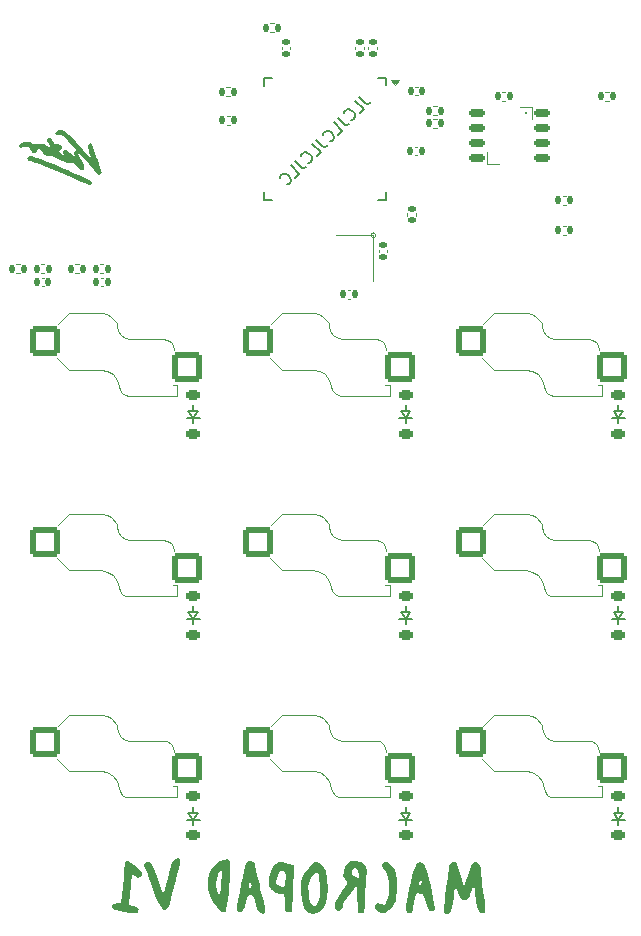
<source format=gbr>
%TF.GenerationSoftware,KiCad,Pcbnew,8.0.3*%
%TF.CreationDate,2024-08-18T23:13:00-04:00*%
%TF.ProjectId,MACROPAD,4d414352-4f50-4414-942e-6b696361645f,rev?*%
%TF.SameCoordinates,Original*%
%TF.FileFunction,Legend,Bot*%
%TF.FilePolarity,Positive*%
%FSLAX46Y46*%
G04 Gerber Fmt 4.6, Leading zero omitted, Abs format (unit mm)*
G04 Created by KiCad (PCBNEW 8.0.3) date 2024-08-18 23:13:00*
%MOMM*%
%LPD*%
G01*
G04 APERTURE LIST*
G04 Aperture macros list*
%AMRoundRect*
0 Rectangle with rounded corners*
0 $1 Rounding radius*
0 $2 $3 $4 $5 $6 $7 $8 $9 X,Y pos of 4 corners*
0 Add a 4 corners polygon primitive as box body*
4,1,4,$2,$3,$4,$5,$6,$7,$8,$9,$2,$3,0*
0 Add four circle primitives for the rounded corners*
1,1,$1+$1,$2,$3*
1,1,$1+$1,$4,$5*
1,1,$1+$1,$6,$7*
1,1,$1+$1,$8,$9*
0 Add four rect primitives between the rounded corners*
20,1,$1+$1,$2,$3,$4,$5,0*
20,1,$1+$1,$4,$5,$6,$7,0*
20,1,$1+$1,$6,$7,$8,$9,0*
20,1,$1+$1,$8,$9,$2,$3,0*%
G04 Aperture macros list end*
%ADD10C,0.150000*%
%ADD11C,0.120000*%
%ADD12C,0.000000*%
%ADD13C,0.100000*%
%ADD14C,3.600000*%
%ADD15RoundRect,0.135000X-0.135000X-0.185000X0.135000X-0.185000X0.135000X0.185000X-0.135000X0.185000X0*%
%ADD16RoundRect,0.135000X0.135000X0.185000X-0.135000X0.185000X-0.135000X-0.185000X0.135000X-0.185000X0*%
%ADD17RoundRect,0.140000X0.170000X-0.140000X0.170000X0.140000X-0.170000X0.140000X-0.170000X-0.140000X0*%
%ADD18RoundRect,0.140000X-0.140000X-0.170000X0.140000X-0.170000X0.140000X0.170000X-0.140000X0.170000X0*%
%ADD19RoundRect,0.250000X-1.025000X-1.000000X1.025000X-1.000000X1.025000X1.000000X-1.025000X1.000000X0*%
%ADD20C,1.900000*%
%ADD21C,3.450000*%
%ADD22R,2.500000X4.000000*%
%ADD23C,1.600000*%
%ADD24C,0.650000*%
%ADD25R,0.600000X1.450000*%
%ADD26R,0.300000X1.450000*%
%ADD27O,1.000000X2.100000*%
%ADD28O,1.000000X1.600000*%
%ADD29O,1.700000X1.700000*%
%ADD30R,1.700000X1.700000*%
%ADD31RoundRect,0.225000X0.375000X-0.225000X0.375000X0.225000X-0.375000X0.225000X-0.375000X-0.225000X0*%
%ADD32RoundRect,0.150000X0.500000X0.150000X-0.500000X0.150000X-0.500000X-0.150000X0.500000X-0.150000X0*%
%ADD33R,1.500000X0.550000*%
%ADD34R,0.550000X1.500000*%
%ADD35RoundRect,0.140000X-0.170000X0.140000X-0.170000X-0.140000X0.170000X-0.140000X0.170000X0.140000X0*%
%ADD36R,1.200000X1.400000*%
G04 APERTURE END LIST*
D10*
X147210671Y-57053510D02*
X147715748Y-57558587D01*
X147715748Y-57558587D02*
X147850435Y-57625930D01*
X147850435Y-57625930D02*
X147985122Y-57625930D01*
X147985122Y-57625930D02*
X148119809Y-57558587D01*
X148119809Y-57558587D02*
X148187152Y-57491243D01*
X147244343Y-58434052D02*
X147581061Y-58097335D01*
X147581061Y-58097335D02*
X146873954Y-57390228D01*
X146537236Y-59006472D02*
X146604580Y-59006472D01*
X146604580Y-59006472D02*
X146739267Y-58939129D01*
X146739267Y-58939129D02*
X146806610Y-58871785D01*
X146806610Y-58871785D02*
X146873954Y-58737098D01*
X146873954Y-58737098D02*
X146873954Y-58602411D01*
X146873954Y-58602411D02*
X146840282Y-58501396D01*
X146840282Y-58501396D02*
X146739267Y-58333037D01*
X146739267Y-58333037D02*
X146638251Y-58232022D01*
X146638251Y-58232022D02*
X146469893Y-58131007D01*
X146469893Y-58131007D02*
X146368877Y-58097335D01*
X146368877Y-58097335D02*
X146234190Y-58097335D01*
X146234190Y-58097335D02*
X146099503Y-58164678D01*
X146099503Y-58164678D02*
X146032160Y-58232022D01*
X146032160Y-58232022D02*
X145964816Y-58366709D01*
X145964816Y-58366709D02*
X145964816Y-58434052D01*
X145392397Y-58871785D02*
X145897473Y-59376861D01*
X145897473Y-59376861D02*
X146032160Y-59444205D01*
X146032160Y-59444205D02*
X146166847Y-59444205D01*
X146166847Y-59444205D02*
X146301534Y-59376861D01*
X146301534Y-59376861D02*
X146368877Y-59309518D01*
X145426068Y-60252327D02*
X145762786Y-59915610D01*
X145762786Y-59915610D02*
X145055679Y-59208503D01*
X144718961Y-60824747D02*
X144786305Y-60824747D01*
X144786305Y-60824747D02*
X144920992Y-60757404D01*
X144920992Y-60757404D02*
X144988335Y-60690060D01*
X144988335Y-60690060D02*
X145055679Y-60555373D01*
X145055679Y-60555373D02*
X145055679Y-60420686D01*
X145055679Y-60420686D02*
X145022007Y-60319671D01*
X145022007Y-60319671D02*
X144920992Y-60151312D01*
X144920992Y-60151312D02*
X144819977Y-60050297D01*
X144819977Y-60050297D02*
X144651618Y-59949282D01*
X144651618Y-59949282D02*
X144550603Y-59915610D01*
X144550603Y-59915610D02*
X144415916Y-59915610D01*
X144415916Y-59915610D02*
X144281229Y-59982953D01*
X144281229Y-59982953D02*
X144213885Y-60050297D01*
X144213885Y-60050297D02*
X144146542Y-60184984D01*
X144146542Y-60184984D02*
X144146542Y-60252327D01*
X143574122Y-60690060D02*
X144079198Y-61195136D01*
X144079198Y-61195136D02*
X144213885Y-61262480D01*
X144213885Y-61262480D02*
X144348572Y-61262480D01*
X144348572Y-61262480D02*
X144483259Y-61195136D01*
X144483259Y-61195136D02*
X144550603Y-61127793D01*
X143607793Y-62070602D02*
X143944511Y-61733885D01*
X143944511Y-61733885D02*
X143237404Y-61026778D01*
X142900686Y-62643022D02*
X142968030Y-62643022D01*
X142968030Y-62643022D02*
X143102717Y-62575678D01*
X143102717Y-62575678D02*
X143170060Y-62508335D01*
X143170060Y-62508335D02*
X143237404Y-62373648D01*
X143237404Y-62373648D02*
X143237404Y-62238961D01*
X143237404Y-62238961D02*
X143203732Y-62137946D01*
X143203732Y-62137946D02*
X143102717Y-61969587D01*
X143102717Y-61969587D02*
X143001702Y-61868572D01*
X143001702Y-61868572D02*
X142833343Y-61767556D01*
X142833343Y-61767556D02*
X142732328Y-61733885D01*
X142732328Y-61733885D02*
X142597641Y-61733885D01*
X142597641Y-61733885D02*
X142462954Y-61801228D01*
X142462954Y-61801228D02*
X142395610Y-61868572D01*
X142395610Y-61868572D02*
X142328267Y-62003259D01*
X142328267Y-62003259D02*
X142328267Y-62070602D01*
X141755847Y-62508335D02*
X142260923Y-63013411D01*
X142260923Y-63013411D02*
X142395610Y-63080755D01*
X142395610Y-63080755D02*
X142530297Y-63080755D01*
X142530297Y-63080755D02*
X142664984Y-63013411D01*
X142664984Y-63013411D02*
X142732328Y-62946068D01*
X141789518Y-63888877D02*
X142126236Y-63552159D01*
X142126236Y-63552159D02*
X141419129Y-62845053D01*
X141082412Y-64461297D02*
X141149755Y-64461297D01*
X141149755Y-64461297D02*
X141284442Y-64393953D01*
X141284442Y-64393953D02*
X141351786Y-64326610D01*
X141351786Y-64326610D02*
X141419129Y-64191923D01*
X141419129Y-64191923D02*
X141419129Y-64057236D01*
X141419129Y-64057236D02*
X141385457Y-63956221D01*
X141385457Y-63956221D02*
X141284442Y-63787862D01*
X141284442Y-63787862D02*
X141183427Y-63686847D01*
X141183427Y-63686847D02*
X141015068Y-63585831D01*
X141015068Y-63585831D02*
X140914053Y-63552160D01*
X140914053Y-63552160D02*
X140779366Y-63552160D01*
X140779366Y-63552160D02*
X140644679Y-63619503D01*
X140644679Y-63619503D02*
X140577335Y-63686847D01*
X140577335Y-63686847D02*
X140509992Y-63821534D01*
X140509992Y-63821534D02*
X140509992Y-63888877D01*
D11*
%TO.C,R13*%
X164743641Y-67952500D02*
X164436359Y-67952500D01*
X164743641Y-68712500D02*
X164436359Y-68712500D01*
%TO.C,R12*%
X164743641Y-65412500D02*
X164436359Y-65412500D01*
X164743641Y-66172500D02*
X164436359Y-66172500D01*
%TO.C,R11*%
X135966359Y-56992500D02*
X136273641Y-56992500D01*
X135966359Y-56232500D02*
X136273641Y-56232500D01*
%TO.C,C10*%
X146890000Y-52804664D02*
X146890000Y-53020336D01*
X147610000Y-52804664D02*
X147610000Y-53020336D01*
%TO.C,C8*%
X141370000Y-52794664D02*
X141370000Y-53010336D01*
X140650000Y-52794664D02*
X140650000Y-53010336D01*
%TO.C,C3*%
X152167836Y-56192500D02*
X151952164Y-56192500D01*
X152167836Y-56912500D02*
X151952164Y-56912500D01*
%TO.C,C2*%
X148710000Y-52794664D02*
X148710000Y-53010336D01*
X147990000Y-52794664D02*
X147990000Y-53010336D01*
%TO.C,C1*%
X152137836Y-61252500D02*
X151922164Y-61252500D01*
X152137836Y-61972500D02*
X151922164Y-61972500D01*
%TO.C,S1*%
X131796000Y-82346000D02*
X127710000Y-82346000D01*
X131796000Y-81404000D02*
X131796000Y-82346000D01*
X131433000Y-81404000D02*
X131796000Y-81404000D01*
X131431000Y-78091000D02*
X131516000Y-78518000D01*
X131242000Y-77808000D02*
X131431000Y-78091000D01*
X130959000Y-77619000D02*
X131242000Y-77808000D01*
X130632000Y-77554000D02*
X130959000Y-77619000D01*
X127832000Y-77554000D02*
X130632000Y-77554000D01*
X127710000Y-82346000D02*
X127400000Y-82287000D01*
X127400000Y-82287000D02*
X127126000Y-82117000D01*
X127394000Y-77467000D02*
X127832000Y-77554000D01*
X127126000Y-82117000D02*
X126933000Y-81859000D01*
X127027000Y-77223000D02*
X127394000Y-77467000D01*
X126933000Y-81859000D02*
X126851000Y-81561000D01*
X126851000Y-81561000D02*
X126697000Y-81003000D01*
X126783000Y-76856000D02*
X127027000Y-77223000D01*
X126697000Y-81003000D02*
X126359000Y-80550000D01*
X126696000Y-76418000D02*
X126783000Y-76856000D01*
X126696000Y-76196000D02*
X126696000Y-76418000D01*
X126359000Y-80550000D02*
X125880000Y-80251000D01*
X126163000Y-75663000D02*
X126696000Y-76196000D01*
X125880000Y-80251000D02*
X125318000Y-80146000D01*
X125821000Y-75434000D02*
X126163000Y-75663000D01*
X125418000Y-75354000D02*
X125821000Y-75434000D01*
X125318000Y-80146000D02*
X122671000Y-80146000D01*
X122671000Y-80146000D02*
X121650000Y-79125000D01*
X122671000Y-75354000D02*
X125418000Y-75354000D01*
X121734000Y-76291000D02*
X122671000Y-75354000D01*
%TO.C,S3*%
X167796000Y-82346000D02*
X163710000Y-82346000D01*
X167796000Y-81404000D02*
X167796000Y-82346000D01*
X167433000Y-81404000D02*
X167796000Y-81404000D01*
X167431000Y-78091000D02*
X167516000Y-78518000D01*
X167242000Y-77808000D02*
X167431000Y-78091000D01*
X166959000Y-77619000D02*
X167242000Y-77808000D01*
X166632000Y-77554000D02*
X166959000Y-77619000D01*
X163832000Y-77554000D02*
X166632000Y-77554000D01*
X163710000Y-82346000D02*
X163400000Y-82287000D01*
X163400000Y-82287000D02*
X163126000Y-82117000D01*
X163394000Y-77467000D02*
X163832000Y-77554000D01*
X163126000Y-82117000D02*
X162933000Y-81859000D01*
X163027000Y-77223000D02*
X163394000Y-77467000D01*
X162933000Y-81859000D02*
X162851000Y-81561000D01*
X162851000Y-81561000D02*
X162697000Y-81003000D01*
X162783000Y-76856000D02*
X163027000Y-77223000D01*
X162697000Y-81003000D02*
X162359000Y-80550000D01*
X162696000Y-76418000D02*
X162783000Y-76856000D01*
X162696000Y-76196000D02*
X162696000Y-76418000D01*
X162359000Y-80550000D02*
X161880000Y-80251000D01*
X162163000Y-75663000D02*
X162696000Y-76196000D01*
X161880000Y-80251000D02*
X161318000Y-80146000D01*
X161821000Y-75434000D02*
X162163000Y-75663000D01*
X161418000Y-75354000D02*
X161821000Y-75434000D01*
X161318000Y-80146000D02*
X158671000Y-80146000D01*
X158671000Y-80146000D02*
X157650000Y-79125000D01*
X158671000Y-75354000D02*
X161418000Y-75354000D01*
X157734000Y-76291000D02*
X158671000Y-75354000D01*
%TO.C,S2*%
X149796000Y-82346000D02*
X145710000Y-82346000D01*
X149796000Y-81404000D02*
X149796000Y-82346000D01*
X149433000Y-81404000D02*
X149796000Y-81404000D01*
X149431000Y-78091000D02*
X149516000Y-78518000D01*
X149242000Y-77808000D02*
X149431000Y-78091000D01*
X148959000Y-77619000D02*
X149242000Y-77808000D01*
X148632000Y-77554000D02*
X148959000Y-77619000D01*
X145832000Y-77554000D02*
X148632000Y-77554000D01*
X145710000Y-82346000D02*
X145400000Y-82287000D01*
X145400000Y-82287000D02*
X145126000Y-82117000D01*
X145394000Y-77467000D02*
X145832000Y-77554000D01*
X145126000Y-82117000D02*
X144933000Y-81859000D01*
X145027000Y-77223000D02*
X145394000Y-77467000D01*
X144933000Y-81859000D02*
X144851000Y-81561000D01*
X144851000Y-81561000D02*
X144697000Y-81003000D01*
X144783000Y-76856000D02*
X145027000Y-77223000D01*
X144697000Y-81003000D02*
X144359000Y-80550000D01*
X144696000Y-76418000D02*
X144783000Y-76856000D01*
X144696000Y-76196000D02*
X144696000Y-76418000D01*
X144359000Y-80550000D02*
X143880000Y-80251000D01*
X144163000Y-75663000D02*
X144696000Y-76196000D01*
X143880000Y-80251000D02*
X143318000Y-80146000D01*
X143821000Y-75434000D02*
X144163000Y-75663000D01*
X143418000Y-75354000D02*
X143821000Y-75434000D01*
X143318000Y-80146000D02*
X140671000Y-80146000D01*
X140671000Y-80146000D02*
X139650000Y-79125000D01*
X140671000Y-75354000D02*
X143418000Y-75354000D01*
X139734000Y-76291000D02*
X140671000Y-75354000D01*
%TO.C,S8*%
X149796000Y-116346000D02*
X145710000Y-116346000D01*
X149796000Y-115404000D02*
X149796000Y-116346000D01*
X149433000Y-115404000D02*
X149796000Y-115404000D01*
X149431000Y-112091000D02*
X149516000Y-112518000D01*
X149242000Y-111808000D02*
X149431000Y-112091000D01*
X148959000Y-111619000D02*
X149242000Y-111808000D01*
X148632000Y-111554000D02*
X148959000Y-111619000D01*
X145832000Y-111554000D02*
X148632000Y-111554000D01*
X145710000Y-116346000D02*
X145400000Y-116287000D01*
X145400000Y-116287000D02*
X145126000Y-116117000D01*
X145394000Y-111467000D02*
X145832000Y-111554000D01*
X145126000Y-116117000D02*
X144933000Y-115859000D01*
X145027000Y-111223000D02*
X145394000Y-111467000D01*
X144933000Y-115859000D02*
X144851000Y-115561000D01*
X144851000Y-115561000D02*
X144697000Y-115003000D01*
X144783000Y-110856000D02*
X145027000Y-111223000D01*
X144697000Y-115003000D02*
X144359000Y-114550000D01*
X144696000Y-110418000D02*
X144783000Y-110856000D01*
X144696000Y-110196000D02*
X144696000Y-110418000D01*
X144359000Y-114550000D02*
X143880000Y-114251000D01*
X144163000Y-109663000D02*
X144696000Y-110196000D01*
X143880000Y-114251000D02*
X143318000Y-114146000D01*
X143821000Y-109434000D02*
X144163000Y-109663000D01*
X143418000Y-109354000D02*
X143821000Y-109434000D01*
X143318000Y-114146000D02*
X140671000Y-114146000D01*
X140671000Y-114146000D02*
X139650000Y-113125000D01*
X140671000Y-109354000D02*
X143418000Y-109354000D01*
X139734000Y-110291000D02*
X140671000Y-109354000D01*
%TO.C,S9*%
X167796000Y-116346000D02*
X163710000Y-116346000D01*
X167796000Y-115404000D02*
X167796000Y-116346000D01*
X167433000Y-115404000D02*
X167796000Y-115404000D01*
X167431000Y-112091000D02*
X167516000Y-112518000D01*
X167242000Y-111808000D02*
X167431000Y-112091000D01*
X166959000Y-111619000D02*
X167242000Y-111808000D01*
X166632000Y-111554000D02*
X166959000Y-111619000D01*
X163832000Y-111554000D02*
X166632000Y-111554000D01*
X163710000Y-116346000D02*
X163400000Y-116287000D01*
X163400000Y-116287000D02*
X163126000Y-116117000D01*
X163394000Y-111467000D02*
X163832000Y-111554000D01*
X163126000Y-116117000D02*
X162933000Y-115859000D01*
X163027000Y-111223000D02*
X163394000Y-111467000D01*
X162933000Y-115859000D02*
X162851000Y-115561000D01*
X162851000Y-115561000D02*
X162697000Y-115003000D01*
X162783000Y-110856000D02*
X163027000Y-111223000D01*
X162697000Y-115003000D02*
X162359000Y-114550000D01*
X162696000Y-110418000D02*
X162783000Y-110856000D01*
X162696000Y-110196000D02*
X162696000Y-110418000D01*
X162359000Y-114550000D02*
X161880000Y-114251000D01*
X162163000Y-109663000D02*
X162696000Y-110196000D01*
X161880000Y-114251000D02*
X161318000Y-114146000D01*
X161821000Y-109434000D02*
X162163000Y-109663000D01*
X161418000Y-109354000D02*
X161821000Y-109434000D01*
X161318000Y-114146000D02*
X158671000Y-114146000D01*
X158671000Y-114146000D02*
X157650000Y-113125000D01*
X158671000Y-109354000D02*
X161418000Y-109354000D01*
X157734000Y-110291000D02*
X158671000Y-109354000D01*
%TO.C,S5*%
X149796000Y-99346000D02*
X145710000Y-99346000D01*
X149796000Y-98404000D02*
X149796000Y-99346000D01*
X149433000Y-98404000D02*
X149796000Y-98404000D01*
X149431000Y-95091000D02*
X149516000Y-95518000D01*
X149242000Y-94808000D02*
X149431000Y-95091000D01*
X148959000Y-94619000D02*
X149242000Y-94808000D01*
X148632000Y-94554000D02*
X148959000Y-94619000D01*
X145832000Y-94554000D02*
X148632000Y-94554000D01*
X145710000Y-99346000D02*
X145400000Y-99287000D01*
X145400000Y-99287000D02*
X145126000Y-99117000D01*
X145394000Y-94467000D02*
X145832000Y-94554000D01*
X145126000Y-99117000D02*
X144933000Y-98859000D01*
X145027000Y-94223000D02*
X145394000Y-94467000D01*
X144933000Y-98859000D02*
X144851000Y-98561000D01*
X144851000Y-98561000D02*
X144697000Y-98003000D01*
X144783000Y-93856000D02*
X145027000Y-94223000D01*
X144697000Y-98003000D02*
X144359000Y-97550000D01*
X144696000Y-93418000D02*
X144783000Y-93856000D01*
X144696000Y-93196000D02*
X144696000Y-93418000D01*
X144359000Y-97550000D02*
X143880000Y-97251000D01*
X144163000Y-92663000D02*
X144696000Y-93196000D01*
X143880000Y-97251000D02*
X143318000Y-97146000D01*
X143821000Y-92434000D02*
X144163000Y-92663000D01*
X143418000Y-92354000D02*
X143821000Y-92434000D01*
X143318000Y-97146000D02*
X140671000Y-97146000D01*
X140671000Y-97146000D02*
X139650000Y-96125000D01*
X140671000Y-92354000D02*
X143418000Y-92354000D01*
X139734000Y-93291000D02*
X140671000Y-92354000D01*
%TO.C,S4*%
X131796000Y-99346000D02*
X127710000Y-99346000D01*
X131796000Y-98404000D02*
X131796000Y-99346000D01*
X131433000Y-98404000D02*
X131796000Y-98404000D01*
X131431000Y-95091000D02*
X131516000Y-95518000D01*
X131242000Y-94808000D02*
X131431000Y-95091000D01*
X130959000Y-94619000D02*
X131242000Y-94808000D01*
X130632000Y-94554000D02*
X130959000Y-94619000D01*
X127832000Y-94554000D02*
X130632000Y-94554000D01*
X127710000Y-99346000D02*
X127400000Y-99287000D01*
X127400000Y-99287000D02*
X127126000Y-99117000D01*
X127394000Y-94467000D02*
X127832000Y-94554000D01*
X127126000Y-99117000D02*
X126933000Y-98859000D01*
X127027000Y-94223000D02*
X127394000Y-94467000D01*
X126933000Y-98859000D02*
X126851000Y-98561000D01*
X126851000Y-98561000D02*
X126697000Y-98003000D01*
X126783000Y-93856000D02*
X127027000Y-94223000D01*
X126697000Y-98003000D02*
X126359000Y-97550000D01*
X126696000Y-93418000D02*
X126783000Y-93856000D01*
X126696000Y-93196000D02*
X126696000Y-93418000D01*
X126359000Y-97550000D02*
X125880000Y-97251000D01*
X126163000Y-92663000D02*
X126696000Y-93196000D01*
X125880000Y-97251000D02*
X125318000Y-97146000D01*
X125821000Y-92434000D02*
X126163000Y-92663000D01*
X125418000Y-92354000D02*
X125821000Y-92434000D01*
X125318000Y-97146000D02*
X122671000Y-97146000D01*
X122671000Y-97146000D02*
X121650000Y-96125000D01*
X122671000Y-92354000D02*
X125418000Y-92354000D01*
X121734000Y-93291000D02*
X122671000Y-92354000D01*
%TO.C,S6*%
X167796000Y-99346000D02*
X163710000Y-99346000D01*
X167796000Y-98404000D02*
X167796000Y-99346000D01*
X167433000Y-98404000D02*
X167796000Y-98404000D01*
X167431000Y-95091000D02*
X167516000Y-95518000D01*
X167242000Y-94808000D02*
X167431000Y-95091000D01*
X166959000Y-94619000D02*
X167242000Y-94808000D01*
X166632000Y-94554000D02*
X166959000Y-94619000D01*
X163832000Y-94554000D02*
X166632000Y-94554000D01*
X163710000Y-99346000D02*
X163400000Y-99287000D01*
X163400000Y-99287000D02*
X163126000Y-99117000D01*
X163394000Y-94467000D02*
X163832000Y-94554000D01*
X163126000Y-99117000D02*
X162933000Y-98859000D01*
X163027000Y-94223000D02*
X163394000Y-94467000D01*
X162933000Y-98859000D02*
X162851000Y-98561000D01*
X162851000Y-98561000D02*
X162697000Y-98003000D01*
X162783000Y-93856000D02*
X163027000Y-94223000D01*
X162697000Y-98003000D02*
X162359000Y-97550000D01*
X162696000Y-93418000D02*
X162783000Y-93856000D01*
X162696000Y-93196000D02*
X162696000Y-93418000D01*
X162359000Y-97550000D02*
X161880000Y-97251000D01*
X162163000Y-92663000D02*
X162696000Y-93196000D01*
X161880000Y-97251000D02*
X161318000Y-97146000D01*
X161821000Y-92434000D02*
X162163000Y-92663000D01*
X161418000Y-92354000D02*
X161821000Y-92434000D01*
X161318000Y-97146000D02*
X158671000Y-97146000D01*
X158671000Y-97146000D02*
X157650000Y-96125000D01*
X158671000Y-92354000D02*
X161418000Y-92354000D01*
X157734000Y-93291000D02*
X158671000Y-92354000D01*
%TO.C,S7*%
X131796000Y-116346000D02*
X127710000Y-116346000D01*
X131796000Y-115404000D02*
X131796000Y-116346000D01*
X131433000Y-115404000D02*
X131796000Y-115404000D01*
X131431000Y-112091000D02*
X131516000Y-112518000D01*
X131242000Y-111808000D02*
X131431000Y-112091000D01*
X130959000Y-111619000D02*
X131242000Y-111808000D01*
X130632000Y-111554000D02*
X130959000Y-111619000D01*
X127832000Y-111554000D02*
X130632000Y-111554000D01*
X127710000Y-116346000D02*
X127400000Y-116287000D01*
X127400000Y-116287000D02*
X127126000Y-116117000D01*
X127394000Y-111467000D02*
X127832000Y-111554000D01*
X127126000Y-116117000D02*
X126933000Y-115859000D01*
X127027000Y-111223000D02*
X127394000Y-111467000D01*
X126933000Y-115859000D02*
X126851000Y-115561000D01*
X126851000Y-115561000D02*
X126697000Y-115003000D01*
X126783000Y-110856000D02*
X127027000Y-111223000D01*
X126697000Y-115003000D02*
X126359000Y-114550000D01*
X126696000Y-110418000D02*
X126783000Y-110856000D01*
X126696000Y-110196000D02*
X126696000Y-110418000D01*
X126359000Y-114550000D02*
X125880000Y-114251000D01*
X126163000Y-109663000D02*
X126696000Y-110196000D01*
X125880000Y-114251000D02*
X125318000Y-114146000D01*
X125821000Y-109434000D02*
X126163000Y-109663000D01*
X125418000Y-109354000D02*
X125821000Y-109434000D01*
X125318000Y-114146000D02*
X122671000Y-114146000D01*
X122671000Y-114146000D02*
X121650000Y-113125000D01*
X122671000Y-109354000D02*
X125418000Y-109354000D01*
X121734000Y-110291000D02*
X122671000Y-109354000D01*
D12*
%TO.C,G\u002A\u002A\u002A*%
G36*
X149642574Y-121871240D02*
G01*
X149905315Y-122060462D01*
X150139725Y-122367725D01*
X150301509Y-122746237D01*
X150322167Y-122832820D01*
X150376368Y-123245595D01*
X150401198Y-123764947D01*
X150396708Y-124312613D01*
X150362947Y-124810328D01*
X150299965Y-125179827D01*
X150275178Y-125253675D01*
X150089404Y-125587026D01*
X149826540Y-125885383D01*
X149770145Y-125933190D01*
X149387020Y-126158682D01*
X149040833Y-126180579D01*
X148735186Y-125998509D01*
X148574392Y-125765815D01*
X148538502Y-125524555D01*
X148628302Y-125346767D01*
X148818131Y-125279061D01*
X149082323Y-125368047D01*
X149167539Y-125416312D01*
X149319008Y-125430646D01*
X149474053Y-125283911D01*
X149610183Y-125037981D01*
X149719699Y-124605105D01*
X149758529Y-124093574D01*
X149730406Y-123559614D01*
X149639063Y-123059452D01*
X149488231Y-122649314D01*
X149281643Y-122385427D01*
X149235707Y-122343779D01*
X149164029Y-122143713D01*
X149240543Y-121945782D01*
X149440252Y-121836505D01*
X149642574Y-121871240D01*
G37*
G36*
X136292812Y-122780120D02*
G01*
X136258998Y-123327123D01*
X136213178Y-123912061D01*
X136158684Y-124495187D01*
X136098853Y-125036757D01*
X136037017Y-125497024D01*
X135976512Y-125836244D01*
X135920670Y-126014670D01*
X135833206Y-126094147D01*
X135640380Y-126077599D01*
X135400498Y-125905190D01*
X135135253Y-125599180D01*
X134866342Y-125181828D01*
X134615457Y-124675396D01*
X134451232Y-124095404D01*
X134429688Y-123646657D01*
X135104719Y-123646657D01*
X135112020Y-123803637D01*
X135174371Y-124185689D01*
X135279275Y-124482871D01*
X135451918Y-124796451D01*
X135464415Y-124482871D01*
X135466113Y-124445384D01*
X135483767Y-124158803D01*
X135513064Y-123754336D01*
X135548633Y-123306945D01*
X135559785Y-123163176D01*
X135579866Y-122796216D01*
X135581157Y-122540566D01*
X135562858Y-122444599D01*
X135486820Y-122481063D01*
X135353818Y-122671016D01*
X135230244Y-122969415D01*
X135139433Y-123315037D01*
X135104719Y-123646657D01*
X134429688Y-123646657D01*
X134421200Y-123469863D01*
X134523863Y-122874138D01*
X134755021Y-122377365D01*
X135027942Y-122055692D01*
X135378949Y-121783394D01*
X135732037Y-121629212D01*
X136045824Y-121610347D01*
X136278926Y-121743997D01*
X136288874Y-121764169D01*
X136311085Y-121958897D01*
X136311286Y-122310796D01*
X136302242Y-122540566D01*
X136292812Y-122780120D01*
G37*
G36*
X132007874Y-121604334D02*
G01*
X132051567Y-121817439D01*
X132051228Y-121823356D01*
X132017836Y-122025035D01*
X131940081Y-122382430D01*
X131829008Y-122852323D01*
X131695663Y-123391492D01*
X131551090Y-123956717D01*
X131406334Y-124504779D01*
X131272440Y-124992457D01*
X131160452Y-125376531D01*
X131081417Y-125613781D01*
X131067423Y-125647920D01*
X130930377Y-125842975D01*
X130730285Y-125875098D01*
X130709897Y-125871116D01*
X130535613Y-125755584D01*
X130339990Y-125483328D01*
X130116950Y-125042527D01*
X129860413Y-124421361D01*
X129564298Y-123608008D01*
X129452793Y-123294803D01*
X129294602Y-122873531D01*
X129161626Y-122545605D01*
X129074500Y-122363452D01*
X128997295Y-122170522D01*
X129032094Y-121958545D01*
X129184879Y-121839128D01*
X129404754Y-121844365D01*
X129640824Y-122006348D01*
X129711690Y-122118530D01*
X129846217Y-122407925D01*
X130005464Y-122808747D01*
X130168198Y-123270115D01*
X130288954Y-123623618D01*
X130433910Y-124019751D01*
X130550919Y-124307985D01*
X130622294Y-124442654D01*
X130675133Y-124409067D01*
X130764841Y-124193128D01*
X130879364Y-123803414D01*
X131012981Y-123257283D01*
X131133578Y-122748313D01*
X131276318Y-122222957D01*
X131406327Y-121861993D01*
X131535067Y-121641235D01*
X131674000Y-121536495D01*
X131834590Y-121523586D01*
X132007874Y-121604334D01*
G37*
G36*
X127915613Y-121883344D02*
G01*
X128310599Y-122187546D01*
X128637538Y-122490639D01*
X128815333Y-122722486D01*
X128854557Y-122901692D01*
X128832426Y-122979527D01*
X128678523Y-123128534D01*
X128457050Y-123149257D01*
X128252129Y-123024541D01*
X128163220Y-122933754D01*
X128039573Y-122862706D01*
X128018510Y-122891561D01*
X127974139Y-123081336D01*
X127929104Y-123409311D01*
X127890484Y-123829579D01*
X127875971Y-124019555D01*
X127836122Y-124480986D01*
X127796320Y-124871727D01*
X127763345Y-125122817D01*
X127757084Y-125159963D01*
X127746756Y-125360033D01*
X127839526Y-125458915D01*
X128087517Y-125520560D01*
X128361959Y-125608869D01*
X128539271Y-125792010D01*
X128523723Y-126050772D01*
X128516545Y-126068356D01*
X128455026Y-126151153D01*
X128336631Y-126191357D01*
X128124363Y-126189205D01*
X127781226Y-126144931D01*
X127270223Y-126058773D01*
X126972297Y-126003081D01*
X126593093Y-125910280D01*
X126372501Y-125809306D01*
X126278905Y-125682727D01*
X126280692Y-125513109D01*
X126297026Y-125458397D01*
X126421239Y-125349892D01*
X126695903Y-125319085D01*
X127072751Y-125319085D01*
X127206075Y-123907974D01*
X127214236Y-123821119D01*
X127264100Y-123268863D01*
X127306053Y-122768721D01*
X127335896Y-122372670D01*
X127349432Y-122132688D01*
X127363106Y-121978042D01*
X127452537Y-121779200D01*
X127633149Y-121747431D01*
X127915613Y-121883344D01*
G37*
G36*
X144550575Y-124194356D02*
G01*
X144517852Y-124832967D01*
X144425638Y-125311768D01*
X144263350Y-125668155D01*
X144020404Y-125939527D01*
X143810872Y-126079989D01*
X143376170Y-126205010D01*
X142938047Y-126142407D01*
X142871189Y-126106633D01*
X142665734Y-125871846D01*
X142486024Y-125489035D01*
X142350364Y-125004647D01*
X142277059Y-124465132D01*
X142257635Y-124044184D01*
X142260977Y-123962314D01*
X142913096Y-123962314D01*
X142931232Y-124385181D01*
X142995081Y-124822471D01*
X143092423Y-125199758D01*
X143211039Y-125442614D01*
X143277752Y-125509415D01*
X143414710Y-125580402D01*
X143494592Y-125545341D01*
X143640363Y-125357710D01*
X143775471Y-125060228D01*
X143868740Y-124712489D01*
X143888221Y-124541141D01*
X143895600Y-124160514D01*
X143875340Y-123724423D01*
X143832973Y-123298979D01*
X143774032Y-122950293D01*
X143704050Y-122744477D01*
X143668715Y-122708669D01*
X143526196Y-122719927D01*
X143348940Y-122869551D01*
X143169152Y-123116253D01*
X143019037Y-123418749D01*
X142930801Y-123735752D01*
X142913096Y-123962314D01*
X142260977Y-123962314D01*
X142277310Y-123562223D01*
X142370050Y-123174313D01*
X142554136Y-122814909D01*
X142847848Y-122418468D01*
X142930317Y-122318368D01*
X143205124Y-122019999D01*
X143419954Y-121863060D01*
X143613150Y-121817439D01*
X143910062Y-121888314D01*
X144187164Y-122149919D01*
X144387097Y-122601651D01*
X144508741Y-123240827D01*
X144550977Y-124064764D01*
X144550680Y-124160514D01*
X144550575Y-124194356D01*
G37*
G36*
X141643515Y-123493249D02*
G01*
X141623589Y-124003871D01*
X141601465Y-124542066D01*
X141579116Y-125060538D01*
X141558516Y-125511990D01*
X141541639Y-125849123D01*
X141530460Y-126024640D01*
X141454826Y-126095092D01*
X141272945Y-126100764D01*
X141077032Y-126043630D01*
X140959126Y-125937696D01*
X140930083Y-125787486D01*
X140905235Y-125480902D01*
X140895679Y-125104763D01*
X140893229Y-124871892D01*
X140873290Y-124610781D01*
X140825032Y-124498591D01*
X140738656Y-124497424D01*
X140522367Y-124525981D01*
X140171768Y-124424450D01*
X139816134Y-124176804D01*
X139777120Y-124139370D01*
X139589385Y-123865424D01*
X139536832Y-123510456D01*
X139538001Y-123492155D01*
X140181837Y-123492155D01*
X140210884Y-123633657D01*
X140329752Y-123746626D01*
X140519278Y-123871678D01*
X140746854Y-123943202D01*
X140894106Y-123846910D01*
X140973819Y-123570475D01*
X140998779Y-123101569D01*
X140995693Y-122968473D01*
X140940918Y-122699150D01*
X140802129Y-122555000D01*
X140670329Y-122508332D01*
X140524280Y-122558932D01*
X140396000Y-122764956D01*
X140262152Y-123152214D01*
X140234216Y-123248293D01*
X140181837Y-123492155D01*
X139538001Y-123492155D01*
X139556731Y-123198827D01*
X139722155Y-122596431D01*
X140040980Y-122104887D01*
X140162076Y-121990343D01*
X140443797Y-121847040D01*
X140793890Y-121841013D01*
X141261523Y-121966695D01*
X141679630Y-122112803D01*
X141670438Y-122670677D01*
X141668875Y-122743915D01*
X141659268Y-123057498D01*
X141657675Y-123101569D01*
X141643515Y-123493249D01*
G37*
G36*
X138858652Y-124075465D02*
G01*
X139000159Y-124652459D01*
X139124253Y-125191169D01*
X139217104Y-125631093D01*
X139271453Y-125937753D01*
X139280039Y-126076673D01*
X139272916Y-126092427D01*
X139124587Y-126192746D01*
X138908244Y-126187586D01*
X138726209Y-126076904D01*
X138695964Y-126037041D01*
X138637029Y-125934056D01*
X138577194Y-125773089D01*
X138500061Y-125505812D01*
X138389230Y-125083900D01*
X138307012Y-124825086D01*
X138196316Y-124677301D01*
X138027591Y-124639661D01*
X137962583Y-124642981D01*
X137833059Y-124699785D01*
X137740727Y-124865226D01*
X137651963Y-125188426D01*
X137534282Y-125633760D01*
X137419235Y-125917586D01*
X137289710Y-126062453D01*
X137125758Y-126103035D01*
X137051677Y-126097895D01*
X136914373Y-126025891D01*
X136856268Y-125845317D01*
X136872652Y-125526138D01*
X136958816Y-125038323D01*
X137011941Y-124777996D01*
X137117512Y-124256057D01*
X137207191Y-123809616D01*
X137864404Y-123809616D01*
X137890153Y-123925663D01*
X138006699Y-124012500D01*
X138094258Y-123963700D01*
X138099273Y-123752402D01*
X138086482Y-123697981D01*
X137999319Y-123559003D01*
X137907186Y-123600625D01*
X137864404Y-123809616D01*
X137207191Y-123809616D01*
X137235712Y-123667630D01*
X137349536Y-123097196D01*
X137441992Y-122670472D01*
X137549529Y-122253244D01*
X137647489Y-121949354D01*
X137722515Y-121805072D01*
X137855559Y-121742808D01*
X138092585Y-121748787D01*
X138298864Y-121848070D01*
X138387037Y-122013283D01*
X138408859Y-122157395D01*
X138475098Y-122473814D01*
X138577628Y-122922951D01*
X138708222Y-123468828D01*
X138778541Y-123752402D01*
X138858652Y-124075465D01*
G37*
G36*
X153262014Y-123839965D02*
G01*
X153384402Y-124387630D01*
X153489759Y-124905006D01*
X153568530Y-125349259D01*
X153611159Y-125677558D01*
X153608090Y-125847069D01*
X153530723Y-125940542D01*
X153310802Y-125979708D01*
X153224459Y-125960239D01*
X153113846Y-125886921D01*
X153021427Y-125727366D01*
X152927218Y-125442040D01*
X152811236Y-124991408D01*
X152741485Y-124760552D01*
X152619051Y-124581947D01*
X152418965Y-124502946D01*
X152203635Y-124485723D01*
X152050893Y-124525287D01*
X151997909Y-124645678D01*
X151926386Y-124917617D01*
X151856263Y-125275065D01*
X151798165Y-125607647D01*
X151740394Y-125914094D01*
X151702957Y-126084235D01*
X151626643Y-126162780D01*
X151427217Y-126188762D01*
X151416239Y-126187156D01*
X151293769Y-126149759D01*
X151227651Y-126051666D01*
X151202292Y-125843498D01*
X151202099Y-125475875D01*
X151202797Y-125449950D01*
X151239591Y-125112150D01*
X151322348Y-124652174D01*
X151439024Y-124116834D01*
X151565876Y-123600562D01*
X152289095Y-123600562D01*
X152307854Y-123716177D01*
X152393622Y-123803447D01*
X152463121Y-123735331D01*
X152498149Y-123535961D01*
X152471131Y-123370083D01*
X152393622Y-123333077D01*
X152337093Y-123400462D01*
X152289095Y-123600562D01*
X151565876Y-123600562D01*
X151577576Y-123552943D01*
X151725961Y-123007312D01*
X151872136Y-122526752D01*
X152004058Y-122158077D01*
X152109683Y-121948097D01*
X152160975Y-121891853D01*
X152369188Y-121815447D01*
X152591624Y-121925326D01*
X152796541Y-122209414D01*
X152888228Y-122443553D01*
X153004371Y-122825094D01*
X153132152Y-123304842D01*
X153188239Y-123535961D01*
X153262014Y-123839965D01*
G37*
G36*
X147832785Y-122985688D02*
G01*
X147786973Y-123585495D01*
X147773825Y-123740032D01*
X147734169Y-124307149D01*
X147705621Y-124870409D01*
X147693647Y-125327795D01*
X147693495Y-125350916D01*
X147680807Y-125724038D01*
X147653012Y-126007766D01*
X147615824Y-126142287D01*
X147536076Y-126178847D01*
X147328376Y-126185840D01*
X147287248Y-126178060D01*
X147207089Y-126133966D01*
X147152358Y-126025616D01*
X147115256Y-125816832D01*
X147087988Y-125471434D01*
X147062758Y-124953241D01*
X147010494Y-123751184D01*
X146487860Y-124458402D01*
X146427532Y-124541210D01*
X146173211Y-124915852D01*
X145968723Y-125255986D01*
X145853729Y-125496674D01*
X145811422Y-125607966D01*
X145637757Y-125880672D01*
X145437389Y-125980494D01*
X145237257Y-125890233D01*
X145228236Y-125880841D01*
X145140332Y-125649897D01*
X145204222Y-125305644D01*
X145422412Y-124840732D01*
X145797410Y-124247810D01*
X145972238Y-123987437D01*
X146146037Y-123694328D01*
X146205569Y-123522523D01*
X146162062Y-123447379D01*
X145981434Y-123296210D01*
X145886729Y-123011051D01*
X145900194Y-122666839D01*
X146589358Y-122666839D01*
X146597287Y-122820036D01*
X146762897Y-122981229D01*
X146957450Y-123114406D01*
X147088889Y-123173962D01*
X147102860Y-123171889D01*
X147158377Y-123064028D01*
X147162955Y-122853706D01*
X147122233Y-122625879D01*
X147041852Y-122465505D01*
X146927973Y-122372718D01*
X146779956Y-122372244D01*
X146635916Y-122565446D01*
X146589358Y-122666839D01*
X145900194Y-122666839D01*
X145900619Y-122655985D01*
X146020125Y-122286352D01*
X146242268Y-121957491D01*
X146522097Y-121767193D01*
X146913263Y-121727437D01*
X147402884Y-121865693D01*
X147551831Y-121938037D01*
X147707707Y-122068885D01*
X147801155Y-122263220D01*
X147840181Y-122556875D01*
X147835061Y-122853706D01*
X147832785Y-122985688D01*
G37*
G36*
X157157751Y-121821759D02*
G01*
X157310865Y-121898978D01*
X157420863Y-122095774D01*
X157499715Y-122441931D01*
X157559390Y-122967233D01*
X157576135Y-123143937D01*
X157635118Y-123666714D01*
X157711392Y-124257614D01*
X157792728Y-124819572D01*
X157838159Y-125138195D01*
X157885560Y-125562787D01*
X157905628Y-125885817D01*
X157894082Y-126055092D01*
X157816292Y-126149576D01*
X157594295Y-126188762D01*
X157492616Y-126147841D01*
X157346786Y-125962645D01*
X157222265Y-125616716D01*
X157113922Y-125093975D01*
X157016627Y-124378344D01*
X156932952Y-123646657D01*
X156739991Y-124221554D01*
X156712008Y-124304112D01*
X156565057Y-124691504D01*
X156432900Y-124920614D01*
X156285846Y-125029887D01*
X156094207Y-125057768D01*
X155855168Y-124959843D01*
X155648720Y-124664967D01*
X155486743Y-124183088D01*
X155434798Y-124009607D01*
X155375719Y-123949783D01*
X155319913Y-124072579D01*
X155263929Y-124386766D01*
X155204318Y-124901116D01*
X155168314Y-125221117D01*
X155090485Y-125693046D01*
X154992757Y-125996826D01*
X154864654Y-126159363D01*
X154695701Y-126207562D01*
X154602283Y-126209528D01*
X154523846Y-126202213D01*
X154467626Y-126163575D01*
X154433634Y-126071547D01*
X154421878Y-125904061D01*
X154432367Y-125639050D01*
X154465111Y-125254446D01*
X154520118Y-124728183D01*
X154597398Y-124038193D01*
X154696960Y-123162408D01*
X154721331Y-122962920D01*
X154785227Y-122537029D01*
X154851678Y-122200455D01*
X154909691Y-122012614D01*
X154969290Y-121934562D01*
X155156693Y-121833133D01*
X155350892Y-121834234D01*
X155463968Y-121948097D01*
X155479135Y-122002002D01*
X155549777Y-122233683D01*
X155660421Y-122586344D01*
X155794800Y-123007873D01*
X156093123Y-123936990D01*
X156373049Y-123103913D01*
X156393702Y-123042607D01*
X156576859Y-122521351D01*
X156721868Y-122168280D01*
X156845662Y-121953319D01*
X156965171Y-121846397D01*
X157097326Y-121817439D01*
X157157751Y-121821759D01*
G37*
D10*
%TO.C,D5*%
X150600000Y-101275000D02*
X151150000Y-101275000D01*
X150750000Y-100675000D02*
X151550000Y-100675000D01*
X151150000Y-100175000D02*
X151150000Y-100675000D01*
X151150000Y-101275000D02*
X150750000Y-100675000D01*
X151150000Y-101275000D02*
X151150000Y-101675000D01*
X151550000Y-100675000D02*
X151150000Y-101275000D01*
X151700000Y-101275000D02*
X151150000Y-101275000D01*
%TO.C,D1*%
X132600000Y-84275000D02*
X133150000Y-84275000D01*
X132750000Y-83675000D02*
X133550000Y-83675000D01*
X133150000Y-83175000D02*
X133150000Y-83675000D01*
X133150000Y-84275000D02*
X132750000Y-83675000D01*
X133150000Y-84275000D02*
X133150000Y-84675000D01*
X133550000Y-83675000D02*
X133150000Y-84275000D01*
X133700000Y-84275000D02*
X133150000Y-84275000D01*
D13*
%TO.C,U1*%
X159050000Y-62725000D02*
X158050000Y-62725000D01*
X158050000Y-61725000D02*
X158050000Y-62725000D01*
X161850000Y-58925000D02*
X161850000Y-57925000D01*
X160850000Y-57925000D02*
X161850000Y-57925000D01*
X161450000Y-58425000D02*
G75*
G02*
X161250000Y-58425000I-100000J0D01*
G01*
X161250000Y-58425000D02*
G75*
G02*
X161450000Y-58425000I100000J0D01*
G01*
D10*
%TO.C,U3*%
X139175000Y-56112500D02*
X139175000Y-55437500D01*
X139175000Y-65112500D02*
X139175000Y-65787500D01*
X139850000Y-55437500D02*
X139175000Y-55437500D01*
X139850000Y-65787500D02*
X139175000Y-65787500D01*
X148850000Y-55437500D02*
X149525000Y-55437500D01*
X148850000Y-65787500D02*
X149525000Y-65787500D01*
X149525000Y-56052500D02*
X149525000Y-55437500D01*
X149525000Y-65112500D02*
X149525000Y-65787500D01*
D11*
X150210000Y-56072500D02*
X149870000Y-55602500D01*
X150550000Y-55602500D01*
X150210000Y-56072500D01*
G36*
X150210000Y-56072500D02*
G01*
X149870000Y-55602500D01*
X150550000Y-55602500D01*
X150210000Y-56072500D01*
G37*
%TO.C,R6*%
X123463641Y-71222500D02*
X123156359Y-71222500D01*
X123463641Y-71982500D02*
X123156359Y-71982500D01*
%TO.C,R3*%
X153506359Y-57832500D02*
X153813641Y-57832500D01*
X153506359Y-58592500D02*
X153813641Y-58592500D01*
%TO.C,R2*%
X153813641Y-59652500D02*
X153506359Y-59652500D01*
X153813641Y-58892500D02*
X153506359Y-58892500D01*
%TO.C,R8*%
X118463641Y-71222500D02*
X118156359Y-71222500D01*
X118463641Y-71982500D02*
X118156359Y-71982500D01*
D10*
%TO.C,D6*%
X168600000Y-101275000D02*
X169150000Y-101275000D01*
X168750000Y-100675000D02*
X169550000Y-100675000D01*
X169150000Y-100175000D02*
X169150000Y-100675000D01*
X169150000Y-101275000D02*
X168750000Y-100675000D01*
X169150000Y-101275000D02*
X169150000Y-101675000D01*
X169550000Y-100675000D02*
X169150000Y-101275000D01*
X169700000Y-101275000D02*
X169150000Y-101275000D01*
D11*
%TO.C,R4*%
X159286359Y-57362500D02*
X159593641Y-57362500D01*
X159286359Y-56602500D02*
X159593641Y-56602500D01*
%TO.C,C7*%
X120537836Y-72352500D02*
X120322164Y-72352500D01*
X120537836Y-73072500D02*
X120322164Y-73072500D01*
%TO.C,R5*%
X168373641Y-57362500D02*
X168066359Y-57362500D01*
X168373641Y-56602500D02*
X168066359Y-56602500D01*
D10*
%TO.C,D3*%
X168600000Y-84275000D02*
X169150000Y-84275000D01*
X168750000Y-83675000D02*
X169550000Y-83675000D01*
X169150000Y-83175000D02*
X169150000Y-83675000D01*
X169150000Y-84275000D02*
X168750000Y-83675000D01*
X169150000Y-84275000D02*
X169150000Y-84675000D01*
X169550000Y-83675000D02*
X169150000Y-84275000D01*
X169700000Y-84275000D02*
X169150000Y-84275000D01*
%TO.C,D4*%
X132600000Y-101275000D02*
X133150000Y-101275000D01*
X132750000Y-100675000D02*
X133550000Y-100675000D01*
X133150000Y-100175000D02*
X133150000Y-100675000D01*
X133150000Y-101275000D02*
X132750000Y-100675000D01*
X133150000Y-101275000D02*
X133150000Y-101675000D01*
X133550000Y-100675000D02*
X133150000Y-101275000D01*
X133700000Y-101275000D02*
X133150000Y-101275000D01*
D12*
%TO.C,G\u002A\u002A\u002A*%
G36*
X122083932Y-59861970D02*
G01*
X122250569Y-59943329D01*
X122444932Y-60082309D01*
X122675152Y-60284914D01*
X122949360Y-60557147D01*
X123275687Y-60905013D01*
X123662264Y-61334514D01*
X123825375Y-61517567D01*
X124055749Y-61773782D01*
X124254042Y-61991514D01*
X124409907Y-62159530D01*
X124512995Y-62266597D01*
X124552959Y-62301481D01*
X124548556Y-62268177D01*
X124514991Y-62148575D01*
X124456119Y-61963723D01*
X124378883Y-61736167D01*
X124315801Y-61548724D01*
X124250821Y-61323097D01*
X124226879Y-61174684D01*
X124240840Y-61088784D01*
X124318516Y-61013327D01*
X124444787Y-60995862D01*
X124559073Y-61062557D01*
X124561482Y-61066112D01*
X124596836Y-61146220D01*
X124660272Y-61310078D01*
X124745164Y-61538891D01*
X124844885Y-61813862D01*
X124952809Y-62116196D01*
X125062309Y-62427096D01*
X125166758Y-62727767D01*
X125259532Y-62999413D01*
X125334003Y-63223237D01*
X125383545Y-63380443D01*
X125401531Y-63452236D01*
X125383712Y-63488561D01*
X125314192Y-63570237D01*
X125265650Y-63613131D01*
X125163103Y-63650465D01*
X125060493Y-63595256D01*
X124939670Y-63441256D01*
X124884689Y-63365884D01*
X124755677Y-63204294D01*
X124579229Y-62992817D01*
X124371110Y-62750268D01*
X124147084Y-62495459D01*
X124015660Y-62348240D01*
X123814350Y-62126190D01*
X123668928Y-61973549D01*
X123568370Y-61880674D01*
X123501655Y-61837918D01*
X123457761Y-61835638D01*
X123425664Y-61864187D01*
X123410421Y-61885717D01*
X123385989Y-61956298D01*
X123450659Y-61998631D01*
X123453789Y-61999978D01*
X123521122Y-62071276D01*
X123612043Y-62217173D01*
X123712778Y-62409648D01*
X123809556Y-62620681D01*
X123888603Y-62822253D01*
X123936147Y-62986344D01*
X123939702Y-63007541D01*
X123917075Y-63156940D01*
X123817902Y-63243835D01*
X123665382Y-63245982D01*
X123595398Y-63206639D01*
X123473047Y-63093792D01*
X123348273Y-62940774D01*
X123261647Y-62823858D01*
X123100719Y-62646153D01*
X122975033Y-62570980D01*
X122882769Y-62596996D01*
X122851834Y-62620477D01*
X122704392Y-62654584D01*
X122506441Y-62628861D01*
X122289059Y-62545979D01*
X122237008Y-62520869D01*
X122078445Y-62459413D01*
X121961865Y-62434819D01*
X121956854Y-62434605D01*
X121853264Y-62399611D01*
X121695179Y-62316389D01*
X121514712Y-62201684D01*
X121417281Y-62135932D01*
X121263889Y-62044965D01*
X121167919Y-62013902D01*
X121110466Y-62034944D01*
X121109971Y-62035437D01*
X120980022Y-62094263D01*
X120815164Y-62072637D01*
X120640647Y-61983443D01*
X120481721Y-61839565D01*
X120363636Y-61653886D01*
X120300895Y-61531083D01*
X120221567Y-61453909D01*
X120110748Y-61434382D01*
X120101996Y-61434437D01*
X119987856Y-61458686D01*
X119954704Y-61536927D01*
X119941766Y-61601021D01*
X119866868Y-61714373D01*
X119758315Y-61793963D01*
X119654504Y-61805448D01*
X119625438Y-61786752D01*
X119537777Y-61689795D01*
X119444009Y-61547126D01*
X119382494Y-61450344D01*
X119244531Y-61320351D01*
X119070903Y-61277832D01*
X118835117Y-61312580D01*
X118778022Y-61326195D01*
X118596246Y-61347254D01*
X118484992Y-61307385D01*
X118422661Y-61200730D01*
X118411596Y-61129422D01*
X118462420Y-61021043D01*
X118610867Y-60939328D01*
X118862985Y-60879871D01*
X119151215Y-60857988D01*
X119384184Y-60904366D01*
X119574815Y-61025831D01*
X119581953Y-61032180D01*
X119676536Y-61080299D01*
X119789698Y-61044395D01*
X119852980Y-61018732D01*
X119950064Y-61004805D01*
X120091540Y-61009650D01*
X120298960Y-61034203D01*
X120593873Y-61079403D01*
X120654095Y-61095645D01*
X120816807Y-61172372D01*
X120981506Y-61282992D01*
X121202400Y-61459661D01*
X121057543Y-61266387D01*
X121035172Y-61235923D01*
X120918256Y-61061163D01*
X120825612Y-60900765D01*
X120777971Y-60794554D01*
X120770982Y-60703511D01*
X120822202Y-60608970D01*
X120889062Y-60532479D01*
X120988539Y-60498876D01*
X121095318Y-60566464D01*
X121219435Y-60738515D01*
X121265133Y-60811593D01*
X121363498Y-60932834D01*
X121482028Y-61002930D01*
X121665861Y-61053755D01*
X121687747Y-61058793D01*
X121910058Y-61134394D01*
X122026987Y-61229486D01*
X122036809Y-61341447D01*
X121937804Y-61467656D01*
X121793904Y-61591434D01*
X121949224Y-61804702D01*
X121992230Y-61858227D01*
X122141504Y-61997834D01*
X122289985Y-62086322D01*
X122475426Y-62154673D01*
X122293666Y-61967144D01*
X122270990Y-61943095D01*
X122155283Y-61774170D01*
X122146046Y-61635677D01*
X122243167Y-61526647D01*
X122252581Y-61521305D01*
X122316063Y-61512963D01*
X122407109Y-61550766D01*
X122543592Y-61644643D01*
X122743385Y-61804523D01*
X122870391Y-61907129D01*
X123042093Y-62032114D01*
X123152127Y-62087710D01*
X123211038Y-62080131D01*
X123231975Y-62022116D01*
X123155458Y-61961646D01*
X123111069Y-61933954D01*
X123031842Y-61822792D01*
X123033709Y-61698999D01*
X123120533Y-61602312D01*
X123206435Y-61573033D01*
X123304540Y-61581896D01*
X123315700Y-61585246D01*
X123289782Y-61541332D01*
X123207338Y-61440371D01*
X123082591Y-61297918D01*
X122929768Y-61129528D01*
X122763091Y-60950755D01*
X122596787Y-60777154D01*
X122445080Y-60624281D01*
X122322194Y-60507689D01*
X122299758Y-60487564D01*
X122152324Y-60362411D01*
X122045510Y-60298041D01*
X121944388Y-60279661D01*
X121814028Y-60292479D01*
X121798748Y-60294629D01*
X121602767Y-60289262D01*
X121489317Y-60225151D01*
X121464126Y-60122934D01*
X121532921Y-60003252D01*
X121701430Y-59886742D01*
X121801313Y-59848105D01*
X121936890Y-59832230D01*
X122083932Y-59861970D01*
G37*
G36*
X119538152Y-62095617D02*
G01*
X119666875Y-62132910D01*
X119924216Y-62219891D01*
X120257346Y-62341700D01*
X120651262Y-62492168D01*
X121090960Y-62665124D01*
X121561437Y-62854400D01*
X122047689Y-63053825D01*
X122534713Y-63257230D01*
X123007504Y-63458444D01*
X123451061Y-63651300D01*
X123850378Y-63829626D01*
X124190452Y-63987253D01*
X124456280Y-64118012D01*
X124481543Y-64132172D01*
X124590508Y-64241312D01*
X124610667Y-64364973D01*
X124535464Y-64473706D01*
X124471552Y-64518474D01*
X124422662Y-64546854D01*
X124420326Y-64546457D01*
X124348789Y-64519107D01*
X124192463Y-64453295D01*
X123965957Y-64355417D01*
X123683882Y-64231867D01*
X123360845Y-64089038D01*
X123011457Y-63933327D01*
X122650328Y-63771126D01*
X122536470Y-63720277D01*
X122191421Y-63570636D01*
X121803728Y-63407701D01*
X121391489Y-63238614D01*
X120972805Y-63070518D01*
X120565772Y-62910555D01*
X120188492Y-62765867D01*
X119859063Y-62643596D01*
X119595583Y-62550884D01*
X119416153Y-62494873D01*
X119297954Y-62451761D01*
X119168550Y-62353569D01*
X119130930Y-62236081D01*
X119194420Y-62115266D01*
X119199282Y-62110485D01*
X119270481Y-62064953D01*
X119370823Y-62060718D01*
X119538152Y-62095617D01*
G37*
D10*
%TO.C,D2*%
X150600000Y-84275000D02*
X151150000Y-84275000D01*
X150750000Y-83675000D02*
X151550000Y-83675000D01*
X151150000Y-83175000D02*
X151150000Y-83675000D01*
X151150000Y-84275000D02*
X150750000Y-83675000D01*
X151150000Y-84275000D02*
X151150000Y-84675000D01*
X151550000Y-83675000D02*
X151150000Y-84275000D01*
X151700000Y-84275000D02*
X151150000Y-84275000D01*
D11*
%TO.C,C4*%
X152010000Y-67120336D02*
X152010000Y-66904664D01*
X151290000Y-67120336D02*
X151290000Y-66904664D01*
D10*
%TO.C,D9*%
X168600000Y-118275000D02*
X169150000Y-118275000D01*
X168750000Y-117675000D02*
X169550000Y-117675000D01*
X169150000Y-117175000D02*
X169150000Y-117675000D01*
X169150000Y-118275000D02*
X168750000Y-117675000D01*
X169150000Y-118275000D02*
X169150000Y-118675000D01*
X169550000Y-117675000D02*
X169150000Y-118275000D01*
X169700000Y-118275000D02*
X169150000Y-118275000D01*
D11*
%TO.C,C6*%
X149610000Y-70200336D02*
X149610000Y-69984664D01*
X148890000Y-70200336D02*
X148890000Y-69984664D01*
%TO.C,C9*%
X125537836Y-72352500D02*
X125322164Y-72352500D01*
X125537836Y-73072500D02*
X125322164Y-73072500D01*
D10*
%TO.C,D8*%
X150600000Y-118275000D02*
X151150000Y-118275000D01*
X150750000Y-117675000D02*
X151550000Y-117675000D01*
X151150000Y-117175000D02*
X151150000Y-117675000D01*
X151150000Y-118275000D02*
X150750000Y-117675000D01*
X151150000Y-118275000D02*
X151150000Y-118675000D01*
X151550000Y-117675000D02*
X151150000Y-118275000D01*
X151700000Y-118275000D02*
X151150000Y-118275000D01*
D11*
%TO.C,R9*%
X125563641Y-71222500D02*
X125256359Y-71222500D01*
X125563641Y-71982500D02*
X125256359Y-71982500D01*
%TO.C,R1*%
X140003641Y-51580000D02*
X139696359Y-51580000D01*
X140003641Y-50820000D02*
X139696359Y-50820000D01*
%TO.C,R10*%
X120256359Y-71222500D02*
X120563641Y-71222500D01*
X120256359Y-71982500D02*
X120563641Y-71982500D01*
D13*
%TO.C,Y1*%
X148400000Y-68762500D02*
X148400000Y-72612500D01*
X148400000Y-68762500D02*
X145250000Y-68762500D01*
X148600000Y-68762500D02*
G75*
G02*
X148200000Y-68762500I-200000J0D01*
G01*
X148200000Y-68762500D02*
G75*
G02*
X148600000Y-68762500I200000J0D01*
G01*
D11*
%TO.C,C5*%
X146447836Y-73412500D02*
X146232164Y-73412500D01*
X146447836Y-74132500D02*
X146232164Y-74132500D01*
%TO.C,R7*%
X135986359Y-58632500D02*
X136293641Y-58632500D01*
X135986359Y-59392500D02*
X136293641Y-59392500D01*
D10*
%TO.C,D7*%
X132600000Y-118275000D02*
X133150000Y-118275000D01*
X132750000Y-117675000D02*
X133550000Y-117675000D01*
X133150000Y-117175000D02*
X133150000Y-117675000D01*
X133150000Y-118275000D02*
X132750000Y-117675000D01*
X133150000Y-118275000D02*
X133150000Y-118675000D01*
X133550000Y-117675000D02*
X133150000Y-118275000D01*
X133700000Y-118275000D02*
X133150000Y-118275000D01*
%TD*%
%LPC*%
D14*
%TO.C,H4*%
X151150000Y-109200000D03*
%TD*%
%TO.C,H3*%
X133150000Y-109200000D03*
%TD*%
%TO.C,H2*%
X151150000Y-92200000D03*
%TD*%
%TO.C,H1*%
X133150000Y-92200000D03*
%TD*%
D15*
%TO.C,R13*%
X165100000Y-68332500D03*
X164080000Y-68332500D03*
%TD*%
%TO.C,R12*%
X165100000Y-65792500D03*
X164080000Y-65792500D03*
%TD*%
D16*
%TO.C,R11*%
X135610000Y-56612500D03*
X136630000Y-56612500D03*
%TD*%
D17*
%TO.C,C10*%
X147250000Y-52432500D03*
X147250000Y-53392500D03*
%TD*%
%TO.C,C8*%
X141010000Y-53382500D03*
X141010000Y-52422500D03*
%TD*%
D18*
%TO.C,C3*%
X152540000Y-56552500D03*
X151580000Y-56552500D03*
%TD*%
D17*
%TO.C,C2*%
X148350000Y-53382500D03*
X148350000Y-52422500D03*
%TD*%
D18*
%TO.C,C1*%
X152510000Y-61612500D03*
X151550000Y-61612500D03*
%TD*%
D14*
%TO.C,S1*%
X129150000Y-79900000D03*
X124150000Y-77800000D03*
D19*
X132650000Y-79900000D03*
D20*
X129650000Y-83700000D03*
D21*
X124150000Y-83700000D03*
D19*
X120650000Y-77700000D03*
D20*
X118650000Y-83700000D03*
%TD*%
D14*
%TO.C,S3*%
X165150000Y-79900000D03*
X160150000Y-77800000D03*
D19*
X168650000Y-79900000D03*
D20*
X165650000Y-83700000D03*
D21*
X160150000Y-83700000D03*
D19*
X156650000Y-77700000D03*
D20*
X154650000Y-83700000D03*
%TD*%
D14*
%TO.C,S2*%
X147150000Y-79900000D03*
X142150000Y-77800000D03*
D19*
X150650000Y-79900000D03*
D20*
X147650000Y-83700000D03*
D21*
X142150000Y-83700000D03*
D19*
X138650000Y-77700000D03*
D20*
X136650000Y-83700000D03*
%TD*%
D14*
%TO.C,S8*%
X147150000Y-113900000D03*
X142150000Y-111800000D03*
D19*
X150650000Y-113900000D03*
D20*
X147650000Y-117700000D03*
D21*
X142150000Y-117700000D03*
D19*
X138650000Y-111700000D03*
D20*
X136650000Y-117700000D03*
%TD*%
D14*
%TO.C,S9*%
X165150000Y-113900000D03*
X160150000Y-111800000D03*
D19*
X168650000Y-113900000D03*
D20*
X165650000Y-117700000D03*
D21*
X160150000Y-117700000D03*
D19*
X156650000Y-111700000D03*
D20*
X154650000Y-117700000D03*
%TD*%
D14*
%TO.C,S5*%
X147150000Y-96900000D03*
X142150000Y-94800000D03*
D19*
X150650000Y-96900000D03*
D20*
X147650000Y-100700000D03*
D21*
X142150000Y-100700000D03*
D19*
X138650000Y-94700000D03*
D20*
X136650000Y-100700000D03*
%TD*%
D14*
%TO.C,S4*%
X129150000Y-96900000D03*
X124150000Y-94800000D03*
D19*
X132650000Y-96900000D03*
D20*
X129650000Y-100700000D03*
D21*
X124150000Y-100700000D03*
D19*
X120650000Y-94700000D03*
D20*
X118650000Y-100700000D03*
%TD*%
D14*
%TO.C,S6*%
X165150000Y-96900000D03*
X160150000Y-94800000D03*
D19*
X168650000Y-96900000D03*
D20*
X165650000Y-100700000D03*
D21*
X160150000Y-100700000D03*
D19*
X156650000Y-94700000D03*
D20*
X154650000Y-100700000D03*
%TD*%
D14*
%TO.C,S7*%
X129150000Y-113900000D03*
X124150000Y-111800000D03*
D19*
X132650000Y-113900000D03*
D20*
X129650000Y-117700000D03*
D21*
X124150000Y-117700000D03*
D19*
X120650000Y-111700000D03*
D20*
X118650000Y-117700000D03*
%TD*%
D22*
%TO.C,SW2*%
X127500000Y-62012500D03*
X116300000Y-62012500D03*
D23*
X124400000Y-55012500D03*
X119400000Y-55012500D03*
X121900000Y-69512500D03*
X124400000Y-69512500D03*
X119400000Y-69512500D03*
%TD*%
D24*
%TO.C,J1*%
X160940000Y-53742500D03*
X166720000Y-53742500D03*
D25*
X160580000Y-55187500D03*
X161380000Y-55187500D03*
D26*
X162580000Y-55187500D03*
X163580000Y-55187500D03*
X164080000Y-55187500D03*
X165080000Y-55187500D03*
D25*
X166280000Y-55187500D03*
X167080000Y-55187500D03*
X167080000Y-55187500D03*
X166280000Y-55187500D03*
D26*
X165580000Y-55187500D03*
X164580000Y-55187500D03*
X163080000Y-55187500D03*
X162080000Y-55187500D03*
D25*
X161380000Y-55187500D03*
X160580000Y-55187500D03*
D27*
X159510000Y-54272500D03*
D28*
X159510000Y-50092500D03*
D27*
X168150000Y-54272500D03*
D28*
X168150000Y-50092500D03*
%TD*%
D29*
%TO.C,J2*%
X167747500Y-68332500D03*
X167747500Y-65792500D03*
X167747500Y-63252500D03*
D30*
X167747500Y-60712500D03*
%TD*%
D31*
%TO.C,D5*%
X151150000Y-102575000D03*
X151150000Y-99275000D03*
%TD*%
%TO.C,D1*%
X133150000Y-85575000D03*
X133150000Y-82275000D03*
%TD*%
D32*
%TO.C,U1*%
X162700000Y-58425000D03*
X162700000Y-59695000D03*
X162700000Y-60965000D03*
X162700000Y-62235000D03*
X157200000Y-62235000D03*
X157200000Y-60965000D03*
X157200000Y-59695000D03*
X157200000Y-58425000D03*
%TD*%
D33*
%TO.C,U3*%
X150050000Y-56612500D03*
X150050000Y-57412500D03*
X150050000Y-58212500D03*
X150050000Y-59012500D03*
X150050000Y-59812500D03*
X150050000Y-60612500D03*
X150050000Y-61412500D03*
X150050000Y-62212500D03*
X150050000Y-63012500D03*
X150050000Y-63812500D03*
X150050000Y-64612500D03*
D34*
X148350000Y-66312500D03*
X147550000Y-66312500D03*
X146750000Y-66312500D03*
X145950000Y-66312500D03*
X145150000Y-66312500D03*
X144350000Y-66312500D03*
X143550000Y-66312500D03*
X142750000Y-66312500D03*
X141950000Y-66312500D03*
X141150000Y-66312500D03*
X140350000Y-66312500D03*
D33*
X138650000Y-64612500D03*
X138650000Y-63812500D03*
X138650000Y-63012500D03*
X138650000Y-62212500D03*
X138650000Y-61412500D03*
X138650000Y-60612500D03*
X138650000Y-59812500D03*
X138650000Y-59012500D03*
X138650000Y-58212500D03*
X138650000Y-57412500D03*
X138650000Y-56612500D03*
D34*
X140350000Y-54912500D03*
X141150000Y-54912500D03*
X141950000Y-54912500D03*
X142750000Y-54912500D03*
X143550000Y-54912500D03*
X144350000Y-54912500D03*
X145150000Y-54912500D03*
X145950000Y-54912500D03*
X146750000Y-54912500D03*
X147550000Y-54912500D03*
X148350000Y-54912500D03*
%TD*%
D15*
%TO.C,R6*%
X122800000Y-71602500D03*
X123820000Y-71602500D03*
%TD*%
D16*
%TO.C,R3*%
X154170000Y-58212500D03*
X153150000Y-58212500D03*
%TD*%
D15*
%TO.C,R2*%
X154170000Y-59272500D03*
X153150000Y-59272500D03*
%TD*%
%TO.C,R8*%
X117800000Y-71602500D03*
X118820000Y-71602500D03*
%TD*%
D31*
%TO.C,D6*%
X169150000Y-102575000D03*
X169150000Y-99275000D03*
%TD*%
D16*
%TO.C,R4*%
X159950000Y-56982500D03*
X158930000Y-56982500D03*
%TD*%
D18*
%TO.C,C7*%
X119950000Y-72712500D03*
X120910000Y-72712500D03*
%TD*%
D15*
%TO.C,R5*%
X167710000Y-56982500D03*
X168730000Y-56982500D03*
%TD*%
D31*
%TO.C,D3*%
X169150000Y-85575000D03*
X169150000Y-82275000D03*
%TD*%
%TO.C,D4*%
X133150000Y-102575000D03*
X133150000Y-99275000D03*
%TD*%
%TO.C,D2*%
X151150000Y-85575000D03*
X151150000Y-82275000D03*
%TD*%
D35*
%TO.C,C4*%
X151650000Y-67492500D03*
X151650000Y-66532500D03*
%TD*%
D31*
%TO.C,D9*%
X169150000Y-119575000D03*
X169150000Y-116275000D03*
%TD*%
D35*
%TO.C,C6*%
X149250000Y-69612500D03*
X149250000Y-70572500D03*
%TD*%
D18*
%TO.C,C9*%
X124950000Y-72712500D03*
X125910000Y-72712500D03*
%TD*%
D31*
%TO.C,D8*%
X151150000Y-119575000D03*
X151150000Y-116275000D03*
%TD*%
D15*
%TO.C,R9*%
X124900000Y-71602500D03*
X125920000Y-71602500D03*
%TD*%
%TO.C,R1*%
X140360000Y-51200000D03*
X139340000Y-51200000D03*
%TD*%
D16*
%TO.C,R10*%
X120920000Y-71602500D03*
X119900000Y-71602500D03*
%TD*%
D36*
%TO.C,Y1*%
X147550000Y-69712500D03*
X147550000Y-71912500D03*
X145850000Y-71912500D03*
X145850000Y-69712500D03*
%TD*%
D18*
%TO.C,C5*%
X146820000Y-73772500D03*
X145860000Y-73772500D03*
%TD*%
D16*
%TO.C,R7*%
X136650000Y-59012500D03*
X135630000Y-59012500D03*
%TD*%
D31*
%TO.C,D7*%
X133150000Y-119575000D03*
X133150000Y-116275000D03*
%TD*%
%LPD*%
M02*

</source>
